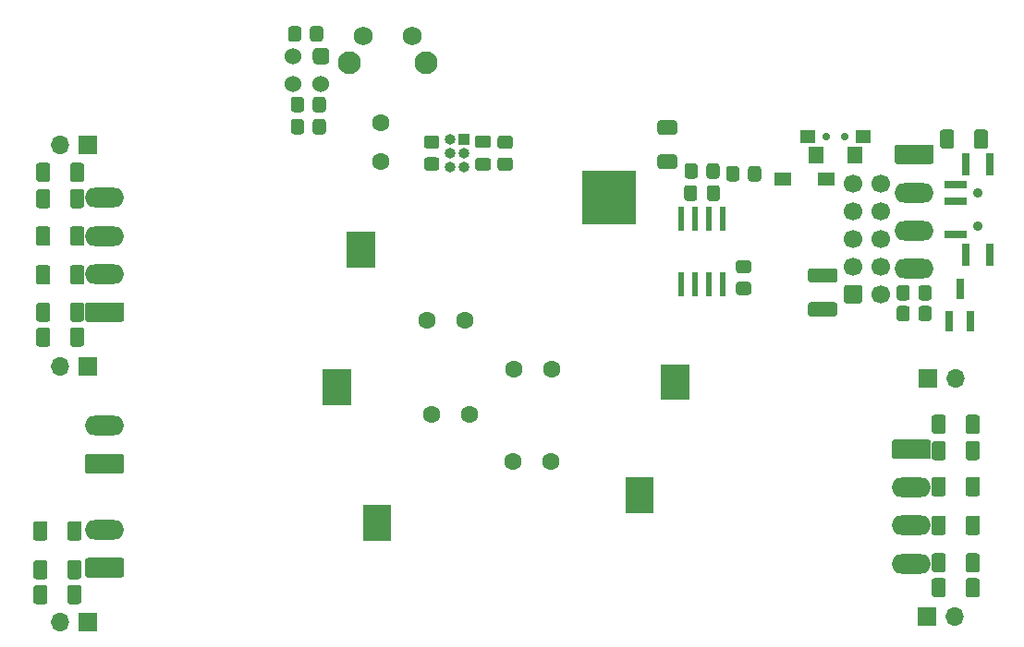
<source format=gts>
G04 #@! TF.GenerationSoftware,KiCad,Pcbnew,(5.1.8)-1*
G04 #@! TF.CreationDate,2021-07-21T13:34:53+02:00*
G04 #@! TF.ProjectId,sensactHsLed,73656e73-6163-4744-9873-4c65642e6b69,rev?*
G04 #@! TF.SameCoordinates,Original*
G04 #@! TF.FileFunction,Soldermask,Top*
G04 #@! TF.FilePolarity,Negative*
%FSLAX46Y46*%
G04 Gerber Fmt 4.6, Leading zero omitted, Abs format (unit mm)*
G04 Created by KiCad (PCBNEW (5.1.8)-1) date 2021-07-21 13:34:53*
%MOMM*%
%LPD*%
G01*
G04 APERTURE LIST*
%ADD10C,0.100000*%
%ADD11O,3.600000X1.800000*%
%ADD12C,1.600000*%
%ADD13O,1.700000X1.700000*%
%ADD14R,1.700000X1.700000*%
%ADD15C,1.700000*%
%ADD16R,1.600000X1.200000*%
%ADD17R,0.800000X2.000000*%
%ADD18R,2.000000X0.700000*%
%ADD19C,0.900000*%
%ADD20C,1.524000*%
%ADD21R,5.000000X5.000000*%
%ADD22O,1.000000X1.000000*%
%ADD23R,1.000000X1.000000*%
%ADD24C,0.700000*%
%ADD25R,1.400000X1.200000*%
%ADD26R,1.400000X1.600000*%
%ADD27C,2.100000*%
%ADD28C,1.750000*%
%ADD29R,0.800000X1.900000*%
%ADD30R,0.600000X2.200000*%
G04 APERTURE END LIST*
D10*
G36*
X160752000Y-143255000D02*
G01*
X160752000Y-139955000D01*
X163352000Y-139955000D01*
X163352000Y-143255000D01*
X160752000Y-143255000D01*
G37*
G36*
X163990500Y-132904500D02*
G01*
X163990500Y-129604500D01*
X166590500Y-129604500D01*
X166590500Y-132904500D01*
X163990500Y-132904500D01*
G37*
G36*
X139285500Y-142495000D02*
G01*
X139285500Y-145795000D01*
X136685500Y-145795000D01*
X136685500Y-142495000D01*
X139285500Y-142495000D01*
G37*
G36*
X135602500Y-130049000D02*
G01*
X135602500Y-133349000D01*
X133002500Y-133349000D01*
X133002500Y-130049000D01*
X135602500Y-130049000D01*
G37*
G36*
X137825000Y-117476000D02*
G01*
X137825000Y-120776000D01*
X135225000Y-120776000D01*
X135225000Y-117476000D01*
X137825000Y-117476000D01*
G37*
D11*
X187198000Y-120863000D03*
X187198000Y-117363000D03*
X187198000Y-113863000D03*
G36*
G01*
X185648000Y-109463000D02*
X188748000Y-109463000D01*
G75*
G02*
X188998000Y-109713000I0J-250000D01*
G01*
X188998000Y-111013000D01*
G75*
G02*
X188748000Y-111263000I-250000J0D01*
G01*
X185648000Y-111263000D01*
G75*
G02*
X185398000Y-111013000I0J250000D01*
G01*
X185398000Y-109713000D01*
G75*
G02*
X185648000Y-109463000I250000J0D01*
G01*
G37*
D12*
X146050000Y-125603000D03*
X142550000Y-125603000D03*
X138303000Y-107498000D03*
X138303000Y-110998000D03*
D13*
X191008000Y-130937000D03*
D14*
X188468000Y-130937000D03*
D11*
X113030000Y-135255000D03*
G36*
G01*
X114580000Y-139655000D02*
X111480000Y-139655000D01*
G75*
G02*
X111230000Y-139405000I0J250000D01*
G01*
X111230000Y-138105000D01*
G75*
G02*
X111480000Y-137855000I250000J0D01*
G01*
X114580000Y-137855000D01*
G75*
G02*
X114830000Y-138105000I0J-250000D01*
G01*
X114830000Y-139405000D01*
G75*
G02*
X114580000Y-139655000I-250000J0D01*
G01*
G37*
X113030000Y-144780000D03*
G36*
G01*
X114580000Y-149180000D02*
X111480000Y-149180000D01*
G75*
G02*
X111230000Y-148930000I0J250000D01*
G01*
X111230000Y-147630000D01*
G75*
G02*
X111480000Y-147380000I250000J0D01*
G01*
X114580000Y-147380000D01*
G75*
G02*
X114830000Y-147630000I0J-250000D01*
G01*
X114830000Y-148930000D01*
G75*
G02*
X114580000Y-149180000I-250000J0D01*
G01*
G37*
D15*
X184150000Y-113030000D03*
X184150000Y-115570000D03*
X184150000Y-118110000D03*
X184150000Y-120650000D03*
X184150000Y-123190000D03*
X181610000Y-113030000D03*
X181610000Y-115570000D03*
X181610000Y-118110000D03*
X181610000Y-120650000D03*
G36*
G01*
X180760000Y-123790000D02*
X180760000Y-122590000D01*
G75*
G02*
X181010000Y-122340000I250000J0D01*
G01*
X182210000Y-122340000D01*
G75*
G02*
X182460000Y-122590000I0J-250000D01*
G01*
X182460000Y-123790000D01*
G75*
G02*
X182210000Y-124040000I-250000J0D01*
G01*
X181010000Y-124040000D01*
G75*
G02*
X180760000Y-123790000I0J250000D01*
G01*
G37*
D16*
X179165000Y-112649000D03*
X175165000Y-112649000D03*
G36*
G01*
X171977000Y-112591001D02*
X171977000Y-111690999D01*
G75*
G02*
X172226999Y-111441000I249999J0D01*
G01*
X172927001Y-111441000D01*
G75*
G02*
X173177000Y-111690999I0J-249999D01*
G01*
X173177000Y-112591001D01*
G75*
G02*
X172927001Y-112841000I-249999J0D01*
G01*
X172226999Y-112841000D01*
G75*
G02*
X171977000Y-112591001I0J249999D01*
G01*
G37*
G36*
G01*
X169977000Y-112591001D02*
X169977000Y-111690999D01*
G75*
G02*
X170226999Y-111441000I249999J0D01*
G01*
X170927001Y-111441000D01*
G75*
G02*
X171177000Y-111690999I0J-249999D01*
G01*
X171177000Y-112591001D01*
G75*
G02*
X170927001Y-112841000I-249999J0D01*
G01*
X170226999Y-112841000D01*
G75*
G02*
X169977000Y-112591001I0J249999D01*
G01*
G37*
G36*
G01*
X168167000Y-112337001D02*
X168167000Y-111436999D01*
G75*
G02*
X168416999Y-111187000I249999J0D01*
G01*
X169117001Y-111187000D01*
G75*
G02*
X169367000Y-111436999I0J-249999D01*
G01*
X169367000Y-112337001D01*
G75*
G02*
X169117001Y-112587000I-249999J0D01*
G01*
X168416999Y-112587000D01*
G75*
G02*
X168167000Y-112337001I0J249999D01*
G01*
G37*
G36*
G01*
X166167000Y-112337001D02*
X166167000Y-111436999D01*
G75*
G02*
X166416999Y-111187000I249999J0D01*
G01*
X167117001Y-111187000D01*
G75*
G02*
X167367000Y-111436999I0J-249999D01*
G01*
X167367000Y-112337001D01*
G75*
G02*
X167117001Y-112587000I-249999J0D01*
G01*
X166416999Y-112587000D01*
G75*
G02*
X166167000Y-112337001I0J249999D01*
G01*
G37*
G36*
G01*
X179916001Y-122124500D02*
X177715999Y-122124500D01*
G75*
G02*
X177466000Y-121874501I0J249999D01*
G01*
X177466000Y-121049499D01*
G75*
G02*
X177715999Y-120799500I249999J0D01*
G01*
X179916001Y-120799500D01*
G75*
G02*
X180166000Y-121049499I0J-249999D01*
G01*
X180166000Y-121874501D01*
G75*
G02*
X179916001Y-122124500I-249999J0D01*
G01*
G37*
G36*
G01*
X179916001Y-125249500D02*
X177715999Y-125249500D01*
G75*
G02*
X177466000Y-124999501I0J249999D01*
G01*
X177466000Y-124174499D01*
G75*
G02*
X177715999Y-123924500I249999J0D01*
G01*
X179916001Y-123924500D01*
G75*
G02*
X180166000Y-124174499I0J-249999D01*
G01*
X180166000Y-124999501D01*
G75*
G02*
X179916001Y-125249500I-249999J0D01*
G01*
G37*
G36*
G01*
X191908000Y-150739000D02*
X191908000Y-149489000D01*
G75*
G02*
X192158000Y-149239000I250000J0D01*
G01*
X192958000Y-149239000D01*
G75*
G02*
X193208000Y-149489000I0J-250000D01*
G01*
X193208000Y-150739000D01*
G75*
G02*
X192958000Y-150989000I-250000J0D01*
G01*
X192158000Y-150989000D01*
G75*
G02*
X191908000Y-150739000I0J250000D01*
G01*
G37*
G36*
G01*
X188808000Y-150739000D02*
X188808000Y-149489000D01*
G75*
G02*
X189058000Y-149239000I250000J0D01*
G01*
X189858000Y-149239000D01*
G75*
G02*
X190108000Y-149489000I0J-250000D01*
G01*
X190108000Y-150739000D01*
G75*
G02*
X189858000Y-150989000I-250000J0D01*
G01*
X189058000Y-150989000D01*
G75*
G02*
X188808000Y-150739000I0J250000D01*
G01*
G37*
G36*
G01*
X191908000Y-148453000D02*
X191908000Y-147203000D01*
G75*
G02*
X192158000Y-146953000I250000J0D01*
G01*
X192958000Y-146953000D01*
G75*
G02*
X193208000Y-147203000I0J-250000D01*
G01*
X193208000Y-148453000D01*
G75*
G02*
X192958000Y-148703000I-250000J0D01*
G01*
X192158000Y-148703000D01*
G75*
G02*
X191908000Y-148453000I0J250000D01*
G01*
G37*
G36*
G01*
X188808000Y-148453000D02*
X188808000Y-147203000D01*
G75*
G02*
X189058000Y-146953000I250000J0D01*
G01*
X189858000Y-146953000D01*
G75*
G02*
X190108000Y-147203000I0J-250000D01*
G01*
X190108000Y-148453000D01*
G75*
G02*
X189858000Y-148703000I-250000J0D01*
G01*
X189058000Y-148703000D01*
G75*
G02*
X188808000Y-148453000I0J250000D01*
G01*
G37*
G36*
G01*
X191908000Y-135753000D02*
X191908000Y-134503000D01*
G75*
G02*
X192158000Y-134253000I250000J0D01*
G01*
X192958000Y-134253000D01*
G75*
G02*
X193208000Y-134503000I0J-250000D01*
G01*
X193208000Y-135753000D01*
G75*
G02*
X192958000Y-136003000I-250000J0D01*
G01*
X192158000Y-136003000D01*
G75*
G02*
X191908000Y-135753000I0J250000D01*
G01*
G37*
G36*
G01*
X188808000Y-135753000D02*
X188808000Y-134503000D01*
G75*
G02*
X189058000Y-134253000I250000J0D01*
G01*
X189858000Y-134253000D01*
G75*
G02*
X190108000Y-134503000I0J-250000D01*
G01*
X190108000Y-135753000D01*
G75*
G02*
X189858000Y-136003000I-250000J0D01*
G01*
X189058000Y-136003000D01*
G75*
G02*
X188808000Y-135753000I0J250000D01*
G01*
G37*
G36*
G01*
X191908000Y-138166000D02*
X191908000Y-136916000D01*
G75*
G02*
X192158000Y-136666000I250000J0D01*
G01*
X192958000Y-136666000D01*
G75*
G02*
X193208000Y-136916000I0J-250000D01*
G01*
X193208000Y-138166000D01*
G75*
G02*
X192958000Y-138416000I-250000J0D01*
G01*
X192158000Y-138416000D01*
G75*
G02*
X191908000Y-138166000I0J250000D01*
G01*
G37*
G36*
G01*
X188808000Y-138166000D02*
X188808000Y-136916000D01*
G75*
G02*
X189058000Y-136666000I250000J0D01*
G01*
X189858000Y-136666000D01*
G75*
G02*
X190108000Y-136916000I0J-250000D01*
G01*
X190108000Y-138166000D01*
G75*
G02*
X189858000Y-138416000I-250000J0D01*
G01*
X189058000Y-138416000D01*
G75*
G02*
X188808000Y-138166000I0J250000D01*
G01*
G37*
G36*
G01*
X107812000Y-150124000D02*
X107812000Y-151374000D01*
G75*
G02*
X107562000Y-151624000I-250000J0D01*
G01*
X106762000Y-151624000D01*
G75*
G02*
X106512000Y-151374000I0J250000D01*
G01*
X106512000Y-150124000D01*
G75*
G02*
X106762000Y-149874000I250000J0D01*
G01*
X107562000Y-149874000D01*
G75*
G02*
X107812000Y-150124000I0J-250000D01*
G01*
G37*
G36*
G01*
X110912000Y-150124000D02*
X110912000Y-151374000D01*
G75*
G02*
X110662000Y-151624000I-250000J0D01*
G01*
X109862000Y-151624000D01*
G75*
G02*
X109612000Y-151374000I0J250000D01*
G01*
X109612000Y-150124000D01*
G75*
G02*
X109862000Y-149874000I250000J0D01*
G01*
X110662000Y-149874000D01*
G75*
G02*
X110912000Y-150124000I0J-250000D01*
G01*
G37*
G36*
G01*
X107812000Y-147838000D02*
X107812000Y-149088000D01*
G75*
G02*
X107562000Y-149338000I-250000J0D01*
G01*
X106762000Y-149338000D01*
G75*
G02*
X106512000Y-149088000I0J250000D01*
G01*
X106512000Y-147838000D01*
G75*
G02*
X106762000Y-147588000I250000J0D01*
G01*
X107562000Y-147588000D01*
G75*
G02*
X107812000Y-147838000I0J-250000D01*
G01*
G37*
G36*
G01*
X110912000Y-147838000D02*
X110912000Y-149088000D01*
G75*
G02*
X110662000Y-149338000I-250000J0D01*
G01*
X109862000Y-149338000D01*
G75*
G02*
X109612000Y-149088000I0J250000D01*
G01*
X109612000Y-147838000D01*
G75*
G02*
X109862000Y-147588000I250000J0D01*
G01*
X110662000Y-147588000D01*
G75*
G02*
X110912000Y-147838000I0J-250000D01*
G01*
G37*
G36*
G01*
X108066000Y-126502000D02*
X108066000Y-127752000D01*
G75*
G02*
X107816000Y-128002000I-250000J0D01*
G01*
X107016000Y-128002000D01*
G75*
G02*
X106766000Y-127752000I0J250000D01*
G01*
X106766000Y-126502000D01*
G75*
G02*
X107016000Y-126252000I250000J0D01*
G01*
X107816000Y-126252000D01*
G75*
G02*
X108066000Y-126502000I0J-250000D01*
G01*
G37*
G36*
G01*
X111166000Y-126502000D02*
X111166000Y-127752000D01*
G75*
G02*
X110916000Y-128002000I-250000J0D01*
G01*
X110116000Y-128002000D01*
G75*
G02*
X109866000Y-127752000I0J250000D01*
G01*
X109866000Y-126502000D01*
G75*
G02*
X110116000Y-126252000I250000J0D01*
G01*
X110916000Y-126252000D01*
G75*
G02*
X111166000Y-126502000I0J-250000D01*
G01*
G37*
G36*
G01*
X108066000Y-124216000D02*
X108066000Y-125466000D01*
G75*
G02*
X107816000Y-125716000I-250000J0D01*
G01*
X107016000Y-125716000D01*
G75*
G02*
X106766000Y-125466000I0J250000D01*
G01*
X106766000Y-124216000D01*
G75*
G02*
X107016000Y-123966000I250000J0D01*
G01*
X107816000Y-123966000D01*
G75*
G02*
X108066000Y-124216000I0J-250000D01*
G01*
G37*
G36*
G01*
X111166000Y-124216000D02*
X111166000Y-125466000D01*
G75*
G02*
X110916000Y-125716000I-250000J0D01*
G01*
X110116000Y-125716000D01*
G75*
G02*
X109866000Y-125466000I0J250000D01*
G01*
X109866000Y-124216000D01*
G75*
G02*
X110116000Y-123966000I250000J0D01*
G01*
X110916000Y-123966000D01*
G75*
G02*
X111166000Y-124216000I0J-250000D01*
G01*
G37*
G36*
G01*
X108066000Y-111389000D02*
X108066000Y-112639000D01*
G75*
G02*
X107816000Y-112889000I-250000J0D01*
G01*
X107016000Y-112889000D01*
G75*
G02*
X106766000Y-112639000I0J250000D01*
G01*
X106766000Y-111389000D01*
G75*
G02*
X107016000Y-111139000I250000J0D01*
G01*
X107816000Y-111139000D01*
G75*
G02*
X108066000Y-111389000I0J-250000D01*
G01*
G37*
G36*
G01*
X111166000Y-111389000D02*
X111166000Y-112639000D01*
G75*
G02*
X110916000Y-112889000I-250000J0D01*
G01*
X110116000Y-112889000D01*
G75*
G02*
X109866000Y-112639000I0J250000D01*
G01*
X109866000Y-111389000D01*
G75*
G02*
X110116000Y-111139000I250000J0D01*
G01*
X110916000Y-111139000D01*
G75*
G02*
X111166000Y-111389000I0J-250000D01*
G01*
G37*
G36*
G01*
X108066000Y-113802000D02*
X108066000Y-115052000D01*
G75*
G02*
X107816000Y-115302000I-250000J0D01*
G01*
X107016000Y-115302000D01*
G75*
G02*
X106766000Y-115052000I0J250000D01*
G01*
X106766000Y-113802000D01*
G75*
G02*
X107016000Y-113552000I250000J0D01*
G01*
X107816000Y-113552000D01*
G75*
G02*
X108066000Y-113802000I0J-250000D01*
G01*
G37*
G36*
G01*
X111166000Y-113802000D02*
X111166000Y-115052000D01*
G75*
G02*
X110916000Y-115302000I-250000J0D01*
G01*
X110116000Y-115302000D01*
G75*
G02*
X109866000Y-115052000I0J250000D01*
G01*
X109866000Y-113802000D01*
G75*
G02*
X110116000Y-113552000I250000J0D01*
G01*
X110916000Y-113552000D01*
G75*
G02*
X111166000Y-113802000I0J-250000D01*
G01*
G37*
D13*
X190881000Y-152781000D03*
D14*
X188341000Y-152781000D03*
D13*
X108966000Y-153289000D03*
D14*
X111506000Y-153289000D03*
D13*
X108966000Y-129794000D03*
D14*
X111506000Y-129794000D03*
D13*
X108966000Y-109474000D03*
D14*
X111506000Y-109474000D03*
D12*
X150424000Y-138557000D03*
X153924000Y-138557000D03*
X150495000Y-130048000D03*
X153995000Y-130048000D03*
X146502000Y-134239000D03*
X143002000Y-134239000D03*
G36*
G01*
X186798000Y-124517999D02*
X186798000Y-125418001D01*
G75*
G02*
X186548001Y-125668000I-249999J0D01*
G01*
X185847999Y-125668000D01*
G75*
G02*
X185598000Y-125418001I0J249999D01*
G01*
X185598000Y-124517999D01*
G75*
G02*
X185847999Y-124268000I249999J0D01*
G01*
X186548001Y-124268000D01*
G75*
G02*
X186798000Y-124517999I0J-249999D01*
G01*
G37*
G36*
G01*
X188798000Y-124517999D02*
X188798000Y-125418001D01*
G75*
G02*
X188548001Y-125668000I-249999J0D01*
G01*
X187847999Y-125668000D01*
G75*
G02*
X187598000Y-125418001I0J249999D01*
G01*
X187598000Y-124517999D01*
G75*
G02*
X187847999Y-124268000I249999J0D01*
G01*
X188548001Y-124268000D01*
G75*
G02*
X188798000Y-124517999I0J-249999D01*
G01*
G37*
G36*
G01*
X108066000Y-117205999D02*
X108066000Y-118506001D01*
G75*
G02*
X107816001Y-118756000I-249999J0D01*
G01*
X106990999Y-118756000D01*
G75*
G02*
X106741000Y-118506001I0J249999D01*
G01*
X106741000Y-117205999D01*
G75*
G02*
X106990999Y-116956000I249999J0D01*
G01*
X107816001Y-116956000D01*
G75*
G02*
X108066000Y-117205999I0J-249999D01*
G01*
G37*
G36*
G01*
X111191000Y-117205999D02*
X111191000Y-118506001D01*
G75*
G02*
X110941001Y-118756000I-249999J0D01*
G01*
X110115999Y-118756000D01*
G75*
G02*
X109866000Y-118506001I0J249999D01*
G01*
X109866000Y-117205999D01*
G75*
G02*
X110115999Y-116956000I249999J0D01*
G01*
X110941001Y-116956000D01*
G75*
G02*
X111191000Y-117205999I0J-249999D01*
G01*
G37*
G36*
G01*
X108066000Y-120761999D02*
X108066000Y-122062001D01*
G75*
G02*
X107816001Y-122312000I-249999J0D01*
G01*
X106990999Y-122312000D01*
G75*
G02*
X106741000Y-122062001I0J249999D01*
G01*
X106741000Y-120761999D01*
G75*
G02*
X106990999Y-120512000I249999J0D01*
G01*
X107816001Y-120512000D01*
G75*
G02*
X108066000Y-120761999I0J-249999D01*
G01*
G37*
G36*
G01*
X111191000Y-120761999D02*
X111191000Y-122062001D01*
G75*
G02*
X110941001Y-122312000I-249999J0D01*
G01*
X110115999Y-122312000D01*
G75*
G02*
X109866000Y-122062001I0J249999D01*
G01*
X109866000Y-120761999D01*
G75*
G02*
X110115999Y-120512000I249999J0D01*
G01*
X110941001Y-120512000D01*
G75*
G02*
X111191000Y-120761999I0J-249999D01*
G01*
G37*
G36*
G01*
X107812000Y-144256999D02*
X107812000Y-145557001D01*
G75*
G02*
X107562001Y-145807000I-249999J0D01*
G01*
X106736999Y-145807000D01*
G75*
G02*
X106487000Y-145557001I0J249999D01*
G01*
X106487000Y-144256999D01*
G75*
G02*
X106736999Y-144007000I249999J0D01*
G01*
X107562001Y-144007000D01*
G75*
G02*
X107812000Y-144256999I0J-249999D01*
G01*
G37*
G36*
G01*
X110937000Y-144256999D02*
X110937000Y-145557001D01*
G75*
G02*
X110687001Y-145807000I-249999J0D01*
G01*
X109861999Y-145807000D01*
G75*
G02*
X109612000Y-145557001I0J249999D01*
G01*
X109612000Y-144256999D01*
G75*
G02*
X109861999Y-144007000I249999J0D01*
G01*
X110687001Y-144007000D01*
G75*
G02*
X110937000Y-144256999I0J-249999D01*
G01*
G37*
D11*
X113030000Y-114341000D03*
X113030000Y-117841000D03*
X113030000Y-121341000D03*
G36*
G01*
X114580000Y-125741000D02*
X111480000Y-125741000D01*
G75*
G02*
X111230000Y-125491000I0J250000D01*
G01*
X111230000Y-124191000D01*
G75*
G02*
X111480000Y-123941000I250000J0D01*
G01*
X114580000Y-123941000D01*
G75*
G02*
X114830000Y-124191000I0J-250000D01*
G01*
X114830000Y-125491000D01*
G75*
G02*
X114580000Y-125741000I-250000J0D01*
G01*
G37*
G36*
G01*
X191908000Y-141493001D02*
X191908000Y-140192999D01*
G75*
G02*
X192157999Y-139943000I249999J0D01*
G01*
X192983001Y-139943000D01*
G75*
G02*
X193233000Y-140192999I0J-249999D01*
G01*
X193233000Y-141493001D01*
G75*
G02*
X192983001Y-141743000I-249999J0D01*
G01*
X192157999Y-141743000D01*
G75*
G02*
X191908000Y-141493001I0J249999D01*
G01*
G37*
G36*
G01*
X188783000Y-141493001D02*
X188783000Y-140192999D01*
G75*
G02*
X189032999Y-139943000I249999J0D01*
G01*
X189858001Y-139943000D01*
G75*
G02*
X190108000Y-140192999I0J-249999D01*
G01*
X190108000Y-141493001D01*
G75*
G02*
X189858001Y-141743000I-249999J0D01*
G01*
X189032999Y-141743000D01*
G75*
G02*
X188783000Y-141493001I0J249999D01*
G01*
G37*
G36*
G01*
X191908000Y-145049001D02*
X191908000Y-143748999D01*
G75*
G02*
X192157999Y-143499000I249999J0D01*
G01*
X192983001Y-143499000D01*
G75*
G02*
X193233000Y-143748999I0J-249999D01*
G01*
X193233000Y-145049001D01*
G75*
G02*
X192983001Y-145299000I-249999J0D01*
G01*
X192157999Y-145299000D01*
G75*
G02*
X191908000Y-145049001I0J249999D01*
G01*
G37*
G36*
G01*
X188783000Y-145049001D02*
X188783000Y-143748999D01*
G75*
G02*
X189032999Y-143499000I249999J0D01*
G01*
X189858001Y-143499000D01*
G75*
G02*
X190108000Y-143748999I0J-249999D01*
G01*
X190108000Y-145049001D01*
G75*
G02*
X189858001Y-145299000I-249999J0D01*
G01*
X189032999Y-145299000D01*
G75*
G02*
X188783000Y-145049001I0J249999D01*
G01*
G37*
X186944000Y-147914000D03*
X186944000Y-144414000D03*
X186944000Y-140914000D03*
G36*
G01*
X185394000Y-136514000D02*
X188494000Y-136514000D01*
G75*
G02*
X188744000Y-136764000I0J-250000D01*
G01*
X188744000Y-138064000D01*
G75*
G02*
X188494000Y-138314000I-250000J0D01*
G01*
X185394000Y-138314000D01*
G75*
G02*
X185144000Y-138064000I0J250000D01*
G01*
X185144000Y-136764000D01*
G75*
G02*
X185394000Y-136514000I250000J0D01*
G01*
G37*
D17*
X191930000Y-119569000D03*
X191930000Y-111269000D03*
X194140000Y-111269000D03*
X194140000Y-119569000D03*
D18*
X191030000Y-113169000D03*
X191030000Y-114669000D03*
X191030000Y-117669000D03*
D19*
X193040000Y-113919000D03*
X193040000Y-116919000D03*
D20*
X130330000Y-103886000D03*
X132870000Y-103886000D03*
X130330000Y-101346000D03*
G36*
G01*
X132108000Y-101727000D02*
X132108000Y-100965000D01*
G75*
G02*
X132489000Y-100584000I381000J0D01*
G01*
X133251000Y-100584000D01*
G75*
G02*
X133632000Y-100965000I0J-381000D01*
G01*
X133632000Y-101727000D01*
G75*
G02*
X133251000Y-102108000I-381000J0D01*
G01*
X132489000Y-102108000D01*
G75*
G02*
X132108000Y-101727000I0J381000D01*
G01*
G37*
D21*
X159225000Y-114300000D03*
D22*
X144653000Y-111506000D03*
X145923000Y-111506000D03*
X144653000Y-110236000D03*
X145923000Y-110236000D03*
X144653000Y-108966000D03*
D23*
X145923000Y-108966000D03*
D24*
X179150000Y-108750000D03*
X180850000Y-108750000D03*
D25*
X182550000Y-108750000D03*
D26*
X181800000Y-110450000D03*
D25*
X177450000Y-108750000D03*
D26*
X178200000Y-110450000D03*
D27*
X142450000Y-101990000D03*
D28*
X141200000Y-99500000D03*
X136700000Y-99500000D03*
D27*
X135440000Y-101990000D03*
G36*
G01*
X132099000Y-106241001D02*
X132099000Y-105340999D01*
G75*
G02*
X132348999Y-105091000I249999J0D01*
G01*
X133049001Y-105091000D01*
G75*
G02*
X133299000Y-105340999I0J-249999D01*
G01*
X133299000Y-106241001D01*
G75*
G02*
X133049001Y-106491000I-249999J0D01*
G01*
X132348999Y-106491000D01*
G75*
G02*
X132099000Y-106241001I0J249999D01*
G01*
G37*
G36*
G01*
X130099000Y-106241001D02*
X130099000Y-105340999D01*
G75*
G02*
X130348999Y-105091000I249999J0D01*
G01*
X131049001Y-105091000D01*
G75*
G02*
X131299000Y-105340999I0J-249999D01*
G01*
X131299000Y-106241001D01*
G75*
G02*
X131049001Y-106491000I-249999J0D01*
G01*
X130348999Y-106491000D01*
G75*
G02*
X130099000Y-106241001I0J249999D01*
G01*
G37*
G36*
G01*
X132099000Y-108273001D02*
X132099000Y-107372999D01*
G75*
G02*
X132348999Y-107123000I249999J0D01*
G01*
X133049001Y-107123000D01*
G75*
G02*
X133299000Y-107372999I0J-249999D01*
G01*
X133299000Y-108273001D01*
G75*
G02*
X133049001Y-108523000I-249999J0D01*
G01*
X132348999Y-108523000D01*
G75*
G02*
X132099000Y-108273001I0J249999D01*
G01*
G37*
G36*
G01*
X130099000Y-108273001D02*
X130099000Y-107372999D01*
G75*
G02*
X130348999Y-107123000I249999J0D01*
G01*
X131049001Y-107123000D01*
G75*
G02*
X131299000Y-107372999I0J-249999D01*
G01*
X131299000Y-108273001D01*
G75*
G02*
X131049001Y-108523000I-249999J0D01*
G01*
X130348999Y-108523000D01*
G75*
G02*
X130099000Y-108273001I0J249999D01*
G01*
G37*
G36*
G01*
X131845000Y-99764001D02*
X131845000Y-98863999D01*
G75*
G02*
X132094999Y-98614000I249999J0D01*
G01*
X132795001Y-98614000D01*
G75*
G02*
X133045000Y-98863999I0J-249999D01*
G01*
X133045000Y-99764001D01*
G75*
G02*
X132795001Y-100014000I-249999J0D01*
G01*
X132094999Y-100014000D01*
G75*
G02*
X131845000Y-99764001I0J249999D01*
G01*
G37*
G36*
G01*
X129845000Y-99764001D02*
X129845000Y-98863999D01*
G75*
G02*
X130094999Y-98614000I249999J0D01*
G01*
X130795001Y-98614000D01*
G75*
G02*
X131045000Y-98863999I0J-249999D01*
G01*
X131045000Y-99764001D01*
G75*
G02*
X130795001Y-100014000I-249999J0D01*
G01*
X130094999Y-100014000D01*
G75*
G02*
X129845000Y-99764001I0J249999D01*
G01*
G37*
D29*
X191389000Y-122706000D03*
X192339000Y-125706000D03*
X190439000Y-125706000D03*
G36*
G01*
X149282999Y-110652000D02*
X150183001Y-110652000D01*
G75*
G02*
X150433000Y-110901999I0J-249999D01*
G01*
X150433000Y-111602001D01*
G75*
G02*
X150183001Y-111852000I-249999J0D01*
G01*
X149282999Y-111852000D01*
G75*
G02*
X149033000Y-111602001I0J249999D01*
G01*
X149033000Y-110901999D01*
G75*
G02*
X149282999Y-110652000I249999J0D01*
G01*
G37*
G36*
G01*
X149282999Y-108652000D02*
X150183001Y-108652000D01*
G75*
G02*
X150433000Y-108901999I0J-249999D01*
G01*
X150433000Y-109602001D01*
G75*
G02*
X150183001Y-109852000I-249999J0D01*
G01*
X149282999Y-109852000D01*
G75*
G02*
X149033000Y-109602001I0J249999D01*
G01*
X149033000Y-108901999D01*
G75*
G02*
X149282999Y-108652000I249999J0D01*
G01*
G37*
G36*
G01*
X147226000Y-110686000D02*
X148176000Y-110686000D01*
G75*
G02*
X148426000Y-110936000I0J-250000D01*
G01*
X148426000Y-111611000D01*
G75*
G02*
X148176000Y-111861000I-250000J0D01*
G01*
X147226000Y-111861000D01*
G75*
G02*
X146976000Y-111611000I0J250000D01*
G01*
X146976000Y-110936000D01*
G75*
G02*
X147226000Y-110686000I250000J0D01*
G01*
G37*
G36*
G01*
X147226000Y-108611000D02*
X148176000Y-108611000D01*
G75*
G02*
X148426000Y-108861000I0J-250000D01*
G01*
X148426000Y-109536000D01*
G75*
G02*
X148176000Y-109786000I-250000J0D01*
G01*
X147226000Y-109786000D01*
G75*
G02*
X146976000Y-109536000I0J250000D01*
G01*
X146976000Y-108861000D01*
G75*
G02*
X147226000Y-108611000I250000J0D01*
G01*
G37*
G36*
G01*
X142551999Y-110636000D02*
X143452001Y-110636000D01*
G75*
G02*
X143702000Y-110885999I0J-249999D01*
G01*
X143702000Y-111586001D01*
G75*
G02*
X143452001Y-111836000I-249999J0D01*
G01*
X142551999Y-111836000D01*
G75*
G02*
X142302000Y-111586001I0J249999D01*
G01*
X142302000Y-110885999D01*
G75*
G02*
X142551999Y-110636000I249999J0D01*
G01*
G37*
G36*
G01*
X142551999Y-108636000D02*
X143452001Y-108636000D01*
G75*
G02*
X143702000Y-108885999I0J-249999D01*
G01*
X143702000Y-109586001D01*
G75*
G02*
X143452001Y-109836000I-249999J0D01*
G01*
X142551999Y-109836000D01*
G75*
G02*
X142302000Y-109586001I0J249999D01*
G01*
X142302000Y-108885999D01*
G75*
G02*
X142551999Y-108636000I249999J0D01*
G01*
G37*
G36*
G01*
X192670000Y-109591000D02*
X192670000Y-108341000D01*
G75*
G02*
X192920000Y-108091000I250000J0D01*
G01*
X193720000Y-108091000D01*
G75*
G02*
X193970000Y-108341000I0J-250000D01*
G01*
X193970000Y-109591000D01*
G75*
G02*
X193720000Y-109841000I-250000J0D01*
G01*
X192920000Y-109841000D01*
G75*
G02*
X192670000Y-109591000I0J250000D01*
G01*
G37*
G36*
G01*
X189570000Y-109591000D02*
X189570000Y-108341000D01*
G75*
G02*
X189820000Y-108091000I250000J0D01*
G01*
X190620000Y-108091000D01*
G75*
G02*
X190870000Y-108341000I0J-250000D01*
G01*
X190870000Y-109591000D01*
G75*
G02*
X190620000Y-109841000I-250000J0D01*
G01*
X189820000Y-109841000D01*
G75*
G02*
X189570000Y-109591000I0J250000D01*
G01*
G37*
G36*
G01*
X171126999Y-122066000D02*
X172027001Y-122066000D01*
G75*
G02*
X172277000Y-122315999I0J-249999D01*
G01*
X172277000Y-123016001D01*
G75*
G02*
X172027001Y-123266000I-249999J0D01*
G01*
X171126999Y-123266000D01*
G75*
G02*
X170877000Y-123016001I0J249999D01*
G01*
X170877000Y-122315999D01*
G75*
G02*
X171126999Y-122066000I249999J0D01*
G01*
G37*
G36*
G01*
X171126999Y-120066000D02*
X172027001Y-120066000D01*
G75*
G02*
X172277000Y-120315999I0J-249999D01*
G01*
X172277000Y-121016001D01*
G75*
G02*
X172027001Y-121266000I-249999J0D01*
G01*
X171126999Y-121266000D01*
G75*
G02*
X170877000Y-121016001I0J249999D01*
G01*
X170877000Y-120315999D01*
G75*
G02*
X171126999Y-120066000I249999J0D01*
G01*
G37*
G36*
G01*
X186798000Y-122612999D02*
X186798000Y-123513001D01*
G75*
G02*
X186548001Y-123763000I-249999J0D01*
G01*
X185847999Y-123763000D01*
G75*
G02*
X185598000Y-123513001I0J249999D01*
G01*
X185598000Y-122612999D01*
G75*
G02*
X185847999Y-122363000I249999J0D01*
G01*
X186548001Y-122363000D01*
G75*
G02*
X186798000Y-122612999I0J-249999D01*
G01*
G37*
G36*
G01*
X188798000Y-122612999D02*
X188798000Y-123513001D01*
G75*
G02*
X188548001Y-123763000I-249999J0D01*
G01*
X187847999Y-123763000D01*
G75*
G02*
X187598000Y-123513001I0J249999D01*
G01*
X187598000Y-122612999D01*
G75*
G02*
X187847999Y-122363000I249999J0D01*
G01*
X188548001Y-122363000D01*
G75*
G02*
X188798000Y-122612999I0J-249999D01*
G01*
G37*
G36*
G01*
X163941999Y-110374000D02*
X165242001Y-110374000D01*
G75*
G02*
X165492000Y-110623999I0J-249999D01*
G01*
X165492000Y-111449001D01*
G75*
G02*
X165242001Y-111699000I-249999J0D01*
G01*
X163941999Y-111699000D01*
G75*
G02*
X163692000Y-111449001I0J249999D01*
G01*
X163692000Y-110623999D01*
G75*
G02*
X163941999Y-110374000I249999J0D01*
G01*
G37*
G36*
G01*
X163941999Y-107249000D02*
X165242001Y-107249000D01*
G75*
G02*
X165492000Y-107498999I0J-249999D01*
G01*
X165492000Y-108324001D01*
G75*
G02*
X165242001Y-108574000I-249999J0D01*
G01*
X163941999Y-108574000D01*
G75*
G02*
X163692000Y-108324001I0J249999D01*
G01*
X163692000Y-107498999D01*
G75*
G02*
X163941999Y-107249000I249999J0D01*
G01*
G37*
G36*
G01*
X168217000Y-114394000D02*
X168217000Y-113444000D01*
G75*
G02*
X168467000Y-113194000I250000J0D01*
G01*
X169142000Y-113194000D01*
G75*
G02*
X169392000Y-113444000I0J-250000D01*
G01*
X169392000Y-114394000D01*
G75*
G02*
X169142000Y-114644000I-250000J0D01*
G01*
X168467000Y-114644000D01*
G75*
G02*
X168217000Y-114394000I0J250000D01*
G01*
G37*
G36*
G01*
X166142000Y-114394000D02*
X166142000Y-113444000D01*
G75*
G02*
X166392000Y-113194000I250000J0D01*
G01*
X167067000Y-113194000D01*
G75*
G02*
X167317000Y-113444000I0J-250000D01*
G01*
X167317000Y-114394000D01*
G75*
G02*
X167067000Y-114644000I-250000J0D01*
G01*
X166392000Y-114644000D01*
G75*
G02*
X166142000Y-114394000I0J250000D01*
G01*
G37*
D30*
X169672000Y-122253000D03*
X168402000Y-122253000D03*
X167132000Y-122253000D03*
X165862000Y-122253000D03*
X165862000Y-116253000D03*
X167132000Y-116253000D03*
X168402000Y-116253000D03*
X169672000Y-116253000D03*
M02*

</source>
